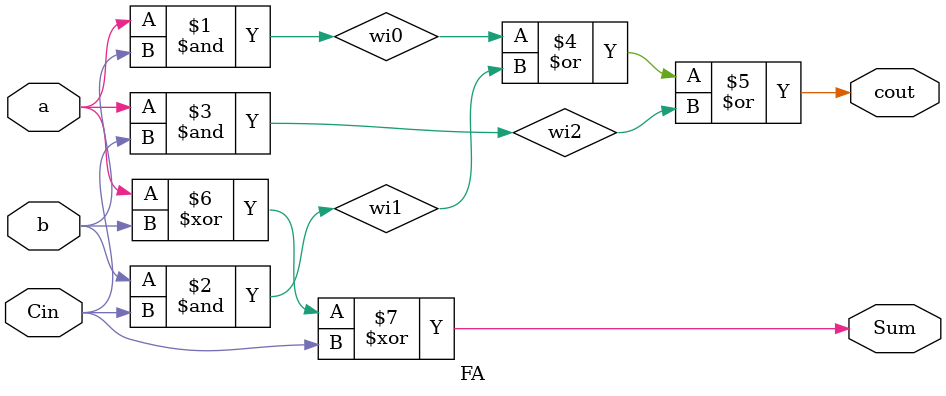
<source format=v>
module FA(
	input  a,
	input  b,
	input  Cin, 
	output Sum,
	output cout);


wire wi0,wi1,wi2;
// put your design here
and(wi0,a,b);
and(wi1,b,Cin);
and(wi2,a,Cin);
or(cout,wi0,wi1,wi2);
xor(Sum,a,b,Cin);

endmodule
</source>
